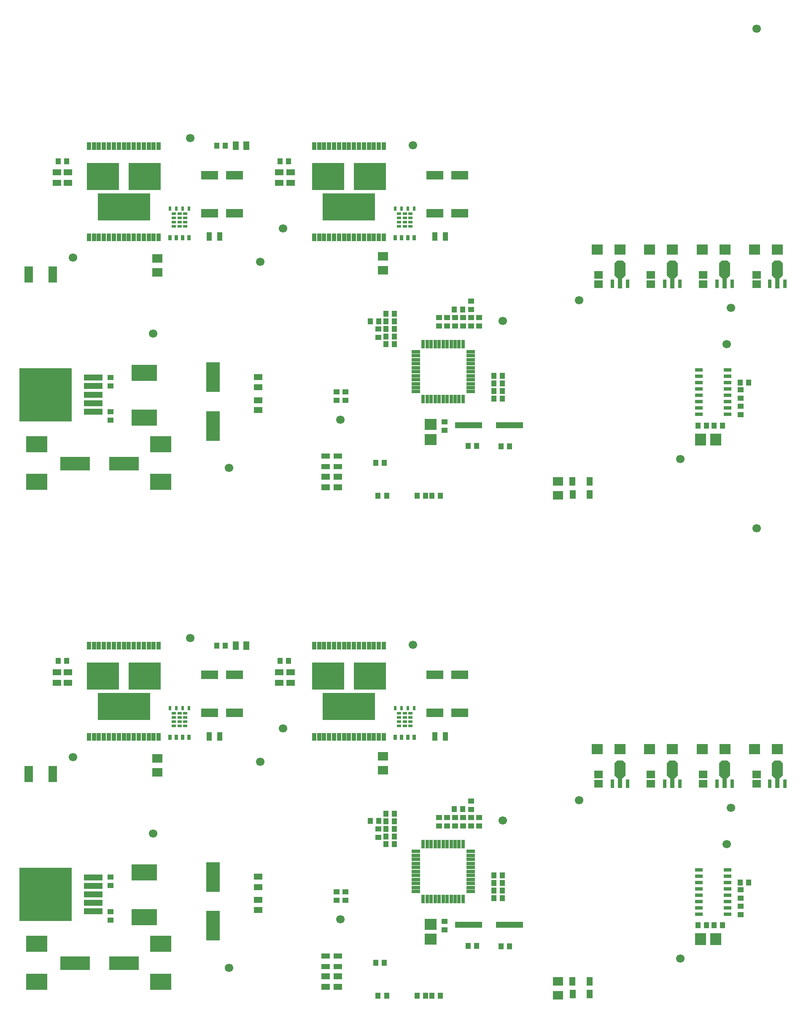
<source format=gtp>
%FSLAX44Y44*%
%MOMM*%
G71*
G01*
G75*
G04 Layer_Color=8421504*
%ADD10C,1.5000*%
%ADD11R,5.2500X1.0000*%
%ADD12R,1.0000X0.9000*%
%ADD13R,0.9000X1.0000*%
%ADD14R,1.3000X0.6000*%
%ADD15R,2.0000X2.2000*%
%ADD16R,1.0000X1.6000*%
%ADD17R,1.8000X1.6000*%
%ADD18R,4.0000X3.0000*%
%ADD19R,10.4000X10.5000*%
%ADD20R,3.5000X1.1000*%
%ADD21R,5.0000X3.0000*%
%ADD22R,1.5000X1.0000*%
%ADD23R,5.7000X2.5000*%
%ADD24R,1.6000X3.0000*%
%ADD25R,2.5000X5.7000*%
%ADD26R,1.0000X1.5000*%
%ADD27R,3.2000X1.6000*%
%ADD28R,0.9000X1.5000*%
%ADD29R,0.6800X1.3000*%
%ADD30R,6.2300X5.2500*%
%ADD31R,10.3000X5.2500*%
%ADD32R,1.6000X0.5000*%
%ADD33R,0.5000X1.6000*%
%ADD34R,2.2000X2.0000*%
%ADD35R,2.1000X1.8500*%
%ADD36R,1.5000X0.9000*%
%ADD37R,1.5000X1.3000*%
G04:AMPARAMS|DCode=38|XSize=2mm|YSize=3.4mm|CornerRadius=0mm|HoleSize=0mm|Usage=FLASHONLY|Rotation=180.000|XOffset=0mm|YOffset=0mm|HoleType=Round|Shape=Octagon|*
%AMOCTAGOND38*
4,1,8,0.5000,-1.7000,-0.5000,-1.7000,-1.0000,-1.2000,-1.0000,1.2000,-0.5000,1.7000,0.5000,1.7000,1.0000,1.2000,1.0000,-1.2000,0.5000,-1.7000,0.0*
%
%ADD38OCTAGOND38*%

%ADD39R,0.6000X1.6000*%
%ADD40R,0.7000X2.0000*%
%ADD41R,4.6000X4.7000*%
%ADD42R,0.6000X0.9000*%
%ADD43C,0.6000*%
%ADD44C,0.5000*%
%ADD45C,0.4000*%
%ADD46C,1.0000*%
%ADD47C,2.0000*%
%ADD48C,1.2000*%
%ADD49C,1.5000*%
%ADD50C,1.3000*%
%ADD51R,3.8000X1.6000*%
%ADD52R,3.8000X2.0000*%
%ADD53R,10.8000X4.1000*%
%ADD54R,3.6000X2.6000*%
%ADD55R,3.6000X2.4000*%
%ADD56R,3.6000X2.4000*%
%ADD57R,10.7000X4.4000*%
%ADD58R,2.0000X2.0000*%
%ADD59C,2.4000*%
%ADD60C,4.7600*%
%ADD61R,1.6900X1.6900*%
%ADD62C,1.6900*%
%ADD63C,2.5000*%
%ADD64C,2.0000*%
%ADD65R,1.6000X1.6000*%
%ADD66C,1.6000*%
%ADD67O,2.6000X3.0000*%
%ADD68O,3.0000X2.6000*%
%ADD69C,8.0000*%
%ADD70O,1.0000X2.0000*%
%ADD71O,1.0000X2.0000*%
%ADD72C,1.2700*%
%ADD73C,1.2000*%
%ADD74C,1.0000*%
%ADD75R,8.3000X3.0000*%
%ADD76R,11.4000X5.8000*%
%ADD77R,11.3000X5.8000*%
%ADD78R,8.7000X3.0000*%
%ADD79R,7.8000X6.1000*%
%ADD80R,8.2000X3.4000*%
%ADD81R,8.8000X2.5000*%
%ADD82R,5.0000X5.6000*%
%ADD83R,2.1000X14.7000*%
%ADD84R,1.9000X15.7000*%
%ADD85R,5.2000X5.1000*%
%ADD86R,5.2000X9.5000*%
%ADD87R,12.2000X5.4000*%
%ADD88R,11.0000X4.2000*%
%ADD89R,3.7000X0.8000*%
%ADD90R,5.5000X0.6000*%
%ADD91R,1.6000X0.3000*%
%ADD92C,0.2000*%
%ADD93C,0.2500*%
%ADD94C,0.2540*%
%ADD95C,0.1500*%
%ADD96R,0.9000X0.6000*%
%ADD97C,1.7000*%
%ADD98R,5.4500X1.2000*%
%ADD99R,1.2000X1.1000*%
%ADD100R,1.1000X1.2000*%
%ADD101R,1.5000X0.8000*%
%ADD102R,2.2000X2.4000*%
%ADD103R,1.2000X1.8000*%
%ADD104R,2.0000X1.8000*%
%ADD105R,4.2000X3.2000*%
%ADD106R,10.6000X10.7000*%
%ADD107R,3.7000X1.3000*%
%ADD108R,5.2000X3.2000*%
%ADD109R,1.7000X1.2000*%
%ADD110R,5.9000X2.7000*%
%ADD111R,1.8000X3.2000*%
%ADD112R,2.7000X5.9000*%
%ADD113R,1.2000X1.7000*%
%ADD114R,3.4000X1.8000*%
%ADD115R,1.1000X1.7000*%
%ADD116R,0.8800X1.5000*%
%ADD117R,6.4300X5.4500*%
%ADD118R,10.5000X5.4500*%
%ADD119R,1.8000X0.7000*%
%ADD120R,0.7000X1.8000*%
%ADD121R,2.4000X2.2000*%
%ADD122R,2.3000X2.0500*%
%ADD123R,1.7000X1.1000*%
%ADD124R,1.7000X1.5000*%
G04:AMPARAMS|DCode=125|XSize=2.2mm|YSize=3.6mm|CornerRadius=0mm|HoleSize=0mm|Usage=FLASHONLY|Rotation=180.000|XOffset=0mm|YOffset=0mm|HoleType=Round|Shape=Octagon|*
%AMOCTAGOND125*
4,1,8,0.5500,-1.8000,-0.5500,-1.8000,-1.1000,-1.2500,-1.1000,1.2500,-0.5500,1.8000,0.5500,1.8000,1.1000,1.2500,1.1000,-1.2500,0.5500,-1.8000,0.0*
%
%ADD125OCTAGOND125*%

%ADD126R,0.8000X1.8000*%
%ADD127R,0.9000X2.2000*%
%ADD128R,0.8000X1.1000*%
D42*
X433950Y603250D02*
D03*
X446650D02*
D03*
X459350D02*
D03*
X472050D02*
D03*
X885950D02*
D03*
X898650D02*
D03*
X911350D02*
D03*
X924050D02*
D03*
X433950Y1605250D02*
D03*
X446650D02*
D03*
X459350D02*
D03*
X472050D02*
D03*
X885950D02*
D03*
X898650D02*
D03*
X911350D02*
D03*
X924050D02*
D03*
D96*
X464500Y576250D02*
D03*
X453000Y584750D02*
D03*
X441500D02*
D03*
X464500D02*
D03*
X453000Y593250D02*
D03*
X441500D02*
D03*
X464500D02*
D03*
X453000Y576250D02*
D03*
X441500D02*
D03*
X453000Y567750D02*
D03*
X441500D02*
D03*
X464500D02*
D03*
X916500Y576250D02*
D03*
X905000Y584750D02*
D03*
X893500D02*
D03*
X916500D02*
D03*
X905000Y593250D02*
D03*
X893500D02*
D03*
X916500D02*
D03*
X905000Y576250D02*
D03*
X893500D02*
D03*
X905000Y567750D02*
D03*
X893500D02*
D03*
X916500D02*
D03*
X464500Y1578250D02*
D03*
X453000Y1586750D02*
D03*
X441500D02*
D03*
X464500D02*
D03*
X453000Y1595250D02*
D03*
X441500D02*
D03*
X464500D02*
D03*
X453000Y1578250D02*
D03*
X441500D02*
D03*
X453000Y1569750D02*
D03*
X441500D02*
D03*
X464500D02*
D03*
X916500Y1578250D02*
D03*
X905000Y1586750D02*
D03*
X893500D02*
D03*
X916500D02*
D03*
X905000Y1595250D02*
D03*
X893500D02*
D03*
X916500D02*
D03*
X905000Y1578250D02*
D03*
X893500D02*
D03*
X905000Y1569750D02*
D03*
X893500D02*
D03*
X916500D02*
D03*
D97*
X400000Y352000D02*
D03*
X1560000Y404000D02*
D03*
X1255000Y419000D02*
D03*
X1551000Y331000D02*
D03*
X1458000Y101000D02*
D03*
X776000Y180000D02*
D03*
X552000Y83000D02*
D03*
X661000Y563000D02*
D03*
X239000Y505000D02*
D03*
X474000Y744000D02*
D03*
X615000Y496000D02*
D03*
X921000Y730000D02*
D03*
X1102000Y378000D02*
D03*
X1611000Y964000D02*
D03*
X400000Y1354000D02*
D03*
X1560000Y1406000D02*
D03*
X1255000Y1421000D02*
D03*
X1551000Y1333000D02*
D03*
X1458000Y1103000D02*
D03*
X776000Y1182000D02*
D03*
X552000Y1085000D02*
D03*
X661000Y1565000D02*
D03*
X239000Y1507000D02*
D03*
X474000Y1746000D02*
D03*
X615000Y1498000D02*
D03*
X921000Y1732000D02*
D03*
X1102000Y1380000D02*
D03*
X1611000Y1966000D02*
D03*
D98*
X1032750Y169000D02*
D03*
X1115250D02*
D03*
X1032750Y1171000D02*
D03*
X1115250D02*
D03*
D99*
X1579000Y206500D02*
D03*
Y189500D02*
D03*
Y239500D02*
D03*
Y222500D02*
D03*
X314000Y195500D02*
D03*
Y178500D02*
D03*
Y247500D02*
D03*
Y264500D02*
D03*
X1038000Y417500D02*
D03*
Y400500D02*
D03*
Y384500D02*
D03*
Y367500D02*
D03*
X990000Y384500D02*
D03*
Y367500D02*
D03*
X1054000Y384500D02*
D03*
Y367500D02*
D03*
X1022000Y367500D02*
D03*
Y384500D02*
D03*
X1006000Y367500D02*
D03*
Y384500D02*
D03*
X852000Y361500D02*
D03*
Y344500D02*
D03*
X985000Y175500D02*
D03*
Y158500D02*
D03*
X974000Y367500D02*
D03*
Y384500D02*
D03*
X786000Y235500D02*
D03*
Y218500D02*
D03*
X768000Y218500D02*
D03*
Y235500D02*
D03*
X1579000Y1208500D02*
D03*
Y1191500D02*
D03*
Y1241500D02*
D03*
Y1224500D02*
D03*
X314000Y1197500D02*
D03*
Y1180500D02*
D03*
Y1249500D02*
D03*
Y1266500D02*
D03*
X1038000Y1419500D02*
D03*
Y1402500D02*
D03*
Y1386500D02*
D03*
Y1369500D02*
D03*
X990000Y1386500D02*
D03*
Y1369500D02*
D03*
X1054000Y1386500D02*
D03*
Y1369500D02*
D03*
X1022000Y1369500D02*
D03*
Y1386500D02*
D03*
X1006000Y1369500D02*
D03*
Y1386500D02*
D03*
X852000Y1363500D02*
D03*
Y1346500D02*
D03*
X985000Y1177500D02*
D03*
Y1160500D02*
D03*
X974000Y1369500D02*
D03*
Y1386500D02*
D03*
X786000Y1237500D02*
D03*
Y1220500D02*
D03*
X768000Y1220500D02*
D03*
Y1237500D02*
D03*
D100*
X1493500Y168000D02*
D03*
X1510500D02*
D03*
X1525500D02*
D03*
X1542500D02*
D03*
X1595500Y254000D02*
D03*
X1578500D02*
D03*
X976500Y27000D02*
D03*
X959500D02*
D03*
X929500D02*
D03*
X946500D02*
D03*
X846500Y93000D02*
D03*
X863500D02*
D03*
X851500Y27000D02*
D03*
X868500D02*
D03*
X544500Y729000D02*
D03*
X527500D02*
D03*
X835500Y377000D02*
D03*
X852500D02*
D03*
X867500Y376750D02*
D03*
X884500D02*
D03*
X867500Y331000D02*
D03*
X884500D02*
D03*
X867500Y392000D02*
D03*
X884500D02*
D03*
X1100500Y237333D02*
D03*
X1083500D02*
D03*
X1100500Y252667D02*
D03*
X1083500D02*
D03*
Y222000D02*
D03*
X1100500D02*
D03*
X1083500Y268000D02*
D03*
X1100500D02*
D03*
X884500Y361500D02*
D03*
X867500D02*
D03*
X1021500Y401000D02*
D03*
X1004500D02*
D03*
X884500Y346250D02*
D03*
X867500D02*
D03*
X654500Y698000D02*
D03*
X671500D02*
D03*
X209500D02*
D03*
X226500D02*
D03*
X1115500Y126000D02*
D03*
X1098500D02*
D03*
X1032500Y127000D02*
D03*
X1049500D02*
D03*
X1493500Y1170000D02*
D03*
X1510500D02*
D03*
X1525500D02*
D03*
X1542500D02*
D03*
X1595500Y1256000D02*
D03*
X1578500D02*
D03*
X976500Y1029000D02*
D03*
X959500D02*
D03*
X929500D02*
D03*
X946500D02*
D03*
X846500Y1095000D02*
D03*
X863500D02*
D03*
X851500Y1029000D02*
D03*
X868500D02*
D03*
X544500Y1731000D02*
D03*
X527500D02*
D03*
X835500Y1379000D02*
D03*
X852500D02*
D03*
X867500Y1378750D02*
D03*
X884500D02*
D03*
X867500Y1333000D02*
D03*
X884500D02*
D03*
X867500Y1394000D02*
D03*
X884500D02*
D03*
X1100500Y1239333D02*
D03*
X1083500D02*
D03*
X1100500Y1254667D02*
D03*
X1083500D02*
D03*
Y1224000D02*
D03*
X1100500D02*
D03*
X1083500Y1270000D02*
D03*
X1100500D02*
D03*
X884500Y1363500D02*
D03*
X867500D02*
D03*
X1021500Y1403000D02*
D03*
X1004500D02*
D03*
X884500Y1348250D02*
D03*
X867500D02*
D03*
X654500Y1700000D02*
D03*
X671500D02*
D03*
X209500D02*
D03*
X226500D02*
D03*
X1115500Y1128000D02*
D03*
X1098500D02*
D03*
X1032500Y1129000D02*
D03*
X1049500D02*
D03*
D101*
X1495250Y279500D02*
D03*
Y266750D02*
D03*
Y254050D02*
D03*
Y241350D02*
D03*
Y228650D02*
D03*
Y215950D02*
D03*
Y203250D02*
D03*
Y190550D02*
D03*
X1552750Y279450D02*
D03*
Y266750D02*
D03*
Y254050D02*
D03*
Y241350D02*
D03*
Y228650D02*
D03*
Y215950D02*
D03*
Y203250D02*
D03*
Y190550D02*
D03*
X1495250Y1281500D02*
D03*
Y1268750D02*
D03*
Y1256050D02*
D03*
Y1243350D02*
D03*
Y1230650D02*
D03*
Y1217950D02*
D03*
Y1205250D02*
D03*
Y1192550D02*
D03*
X1552750Y1281450D02*
D03*
Y1268750D02*
D03*
Y1256050D02*
D03*
Y1243350D02*
D03*
Y1230650D02*
D03*
Y1217950D02*
D03*
Y1205250D02*
D03*
Y1192550D02*
D03*
D102*
X1529000Y140000D02*
D03*
X1499000D02*
D03*
X1529000Y1142000D02*
D03*
X1499000D02*
D03*
D103*
X1241750Y56000D02*
D03*
X1276250D02*
D03*
X1276400Y30000D02*
D03*
X1241900D02*
D03*
X1241750Y1058000D02*
D03*
X1276250D02*
D03*
X1276400Y1032000D02*
D03*
X1241900D02*
D03*
D104*
X1213000Y28000D02*
D03*
Y56000D02*
D03*
X861000Y479000D02*
D03*
Y507000D02*
D03*
X408000Y475000D02*
D03*
Y503000D02*
D03*
X1213000Y1030000D02*
D03*
Y1058000D02*
D03*
X861000Y1481000D02*
D03*
Y1509000D02*
D03*
X408000Y1477000D02*
D03*
Y1505000D02*
D03*
D105*
X166000Y131000D02*
D03*
Y55000D02*
D03*
X415000D02*
D03*
Y131000D02*
D03*
X166000Y1133000D02*
D03*
Y1057000D02*
D03*
X415000D02*
D03*
Y1133000D02*
D03*
D106*
X184000Y230000D02*
D03*
Y1232000D02*
D03*
D107*
X279500Y264000D02*
D03*
Y247000D02*
D03*
Y230000D02*
D03*
Y213000D02*
D03*
Y196000D02*
D03*
Y1266000D02*
D03*
Y1249000D02*
D03*
Y1232000D02*
D03*
Y1215000D02*
D03*
Y1198000D02*
D03*
D108*
X382000Y274000D02*
D03*
Y184000D02*
D03*
Y1276000D02*
D03*
Y1186000D02*
D03*
D109*
X611000Y265500D02*
D03*
Y244500D02*
D03*
Y199000D02*
D03*
Y219000D02*
D03*
X676000Y675500D02*
D03*
Y654500D02*
D03*
X207000Y675500D02*
D03*
Y654500D02*
D03*
X653000D02*
D03*
Y675500D02*
D03*
X229000Y654500D02*
D03*
Y675500D02*
D03*
X771000Y65500D02*
D03*
Y44500D02*
D03*
X746000Y65500D02*
D03*
Y44500D02*
D03*
X611000Y1267500D02*
D03*
Y1246500D02*
D03*
Y1201000D02*
D03*
Y1221000D02*
D03*
X676000Y1677500D02*
D03*
Y1656500D02*
D03*
X207000Y1677500D02*
D03*
Y1656500D02*
D03*
X653000D02*
D03*
Y1677500D02*
D03*
X229000Y1656500D02*
D03*
Y1677500D02*
D03*
X771000Y1067500D02*
D03*
Y1046500D02*
D03*
X746000Y1067500D02*
D03*
Y1046500D02*
D03*
D110*
X341000Y92000D02*
D03*
X243000D02*
D03*
X341000Y1094000D02*
D03*
X243000D02*
D03*
D111*
X150000Y471000D02*
D03*
X198000D02*
D03*
X150000Y1473000D02*
D03*
X198000D02*
D03*
D112*
X520000Y167000D02*
D03*
Y265000D02*
D03*
Y1169000D02*
D03*
Y1267000D02*
D03*
D113*
X586500Y729000D02*
D03*
X565500D02*
D03*
X586500Y1731000D02*
D03*
X565500D02*
D03*
D114*
X965000Y670000D02*
D03*
X1015000D02*
D03*
X965000Y594000D02*
D03*
X1015000D02*
D03*
X513000D02*
D03*
X563000D02*
D03*
X513000Y670000D02*
D03*
X563000D02*
D03*
X965000Y1672000D02*
D03*
X1015000D02*
D03*
X965000Y1596000D02*
D03*
X1015000D02*
D03*
X513000D02*
D03*
X563000D02*
D03*
X513000Y1672000D02*
D03*
X563000D02*
D03*
D115*
X965500Y547000D02*
D03*
X986500D02*
D03*
X512500D02*
D03*
X533500D02*
D03*
X965500Y1549000D02*
D03*
X986500D02*
D03*
X512500D02*
D03*
X533500D02*
D03*
D116*
X723000Y545500D02*
D03*
X733000D02*
D03*
X743000D02*
D03*
X753000D02*
D03*
X763000D02*
D03*
X773000D02*
D03*
X783000D02*
D03*
X793000D02*
D03*
X803000D02*
D03*
X813000D02*
D03*
X823000D02*
D03*
X833000D02*
D03*
X843000D02*
D03*
X853000D02*
D03*
X863000D02*
D03*
Y728500D02*
D03*
X853000D02*
D03*
X843000D02*
D03*
X833000D02*
D03*
X823000D02*
D03*
X813000D02*
D03*
X803000D02*
D03*
X793000D02*
D03*
X783000D02*
D03*
X773000D02*
D03*
X763000D02*
D03*
X753000D02*
D03*
X743000D02*
D03*
X733000D02*
D03*
X723000D02*
D03*
X271000Y545500D02*
D03*
X281000D02*
D03*
X291000D02*
D03*
X301000D02*
D03*
X311000D02*
D03*
X321000D02*
D03*
X331000D02*
D03*
X341000D02*
D03*
X351000D02*
D03*
X361000D02*
D03*
X371000D02*
D03*
X381000D02*
D03*
X391000D02*
D03*
X401000D02*
D03*
X411000D02*
D03*
Y728500D02*
D03*
X401000D02*
D03*
X391000D02*
D03*
X381000D02*
D03*
X371000D02*
D03*
X361000D02*
D03*
X351000D02*
D03*
X341000D02*
D03*
X331000D02*
D03*
X321000D02*
D03*
X311000D02*
D03*
X301000D02*
D03*
X291000D02*
D03*
X281000D02*
D03*
X271000D02*
D03*
X723000Y1547500D02*
D03*
X733000D02*
D03*
X743000D02*
D03*
X753000D02*
D03*
X763000D02*
D03*
X773000D02*
D03*
X783000D02*
D03*
X793000D02*
D03*
X803000D02*
D03*
X813000D02*
D03*
X823000D02*
D03*
X833000D02*
D03*
X843000D02*
D03*
X853000D02*
D03*
X863000D02*
D03*
Y1730500D02*
D03*
X853000D02*
D03*
X843000D02*
D03*
X833000D02*
D03*
X823000D02*
D03*
X813000D02*
D03*
X803000D02*
D03*
X793000D02*
D03*
X783000D02*
D03*
X773000D02*
D03*
X763000D02*
D03*
X753000D02*
D03*
X743000D02*
D03*
X733000D02*
D03*
X723000D02*
D03*
X271000Y1547500D02*
D03*
X281000D02*
D03*
X291000D02*
D03*
X301000D02*
D03*
X311000D02*
D03*
X321000D02*
D03*
X331000D02*
D03*
X341000D02*
D03*
X351000D02*
D03*
X361000D02*
D03*
X371000D02*
D03*
X381000D02*
D03*
X391000D02*
D03*
X401000D02*
D03*
X411000D02*
D03*
Y1730500D02*
D03*
X401000D02*
D03*
X391000D02*
D03*
X381000D02*
D03*
X371000D02*
D03*
X361000D02*
D03*
X351000D02*
D03*
X341000D02*
D03*
X331000D02*
D03*
X321000D02*
D03*
X311000D02*
D03*
X301000D02*
D03*
X291000D02*
D03*
X281000D02*
D03*
X271000D02*
D03*
D117*
X834650Y667500D02*
D03*
X751350D02*
D03*
X382650D02*
D03*
X299350D02*
D03*
X834650Y1669500D02*
D03*
X751350D02*
D03*
X382650D02*
D03*
X299350D02*
D03*
D118*
X793000Y606500D02*
D03*
X341000D02*
D03*
X793000Y1608500D02*
D03*
X341000D02*
D03*
D119*
X1037000Y236000D02*
D03*
Y244000D02*
D03*
Y252000D02*
D03*
Y260000D02*
D03*
Y268000D02*
D03*
Y276000D02*
D03*
Y284000D02*
D03*
Y292000D02*
D03*
Y300000D02*
D03*
Y308000D02*
D03*
Y316000D02*
D03*
X927000Y236000D02*
D03*
Y244000D02*
D03*
Y252000D02*
D03*
Y260000D02*
D03*
Y268000D02*
D03*
Y276000D02*
D03*
Y284000D02*
D03*
Y292000D02*
D03*
Y300000D02*
D03*
Y308000D02*
D03*
Y316000D02*
D03*
X1037000Y1238000D02*
D03*
Y1246000D02*
D03*
Y1254000D02*
D03*
Y1262000D02*
D03*
Y1270000D02*
D03*
Y1278000D02*
D03*
Y1286000D02*
D03*
Y1294000D02*
D03*
Y1302000D02*
D03*
Y1310000D02*
D03*
Y1318000D02*
D03*
X927000Y1238000D02*
D03*
Y1246000D02*
D03*
Y1254000D02*
D03*
Y1262000D02*
D03*
Y1270000D02*
D03*
Y1278000D02*
D03*
Y1286000D02*
D03*
Y1294000D02*
D03*
Y1302000D02*
D03*
Y1310000D02*
D03*
Y1318000D02*
D03*
D120*
X942000Y221000D02*
D03*
X950000D02*
D03*
X958000D02*
D03*
X966000D02*
D03*
X974000D02*
D03*
X982000D02*
D03*
X990000D02*
D03*
X998000D02*
D03*
X1006000D02*
D03*
X1014000D02*
D03*
X1022000D02*
D03*
X942000Y331000D02*
D03*
X950000D02*
D03*
X958000D02*
D03*
X966000D02*
D03*
X974000D02*
D03*
X982000D02*
D03*
X990000D02*
D03*
X998000D02*
D03*
X1006000D02*
D03*
X1014000D02*
D03*
X1022000D02*
D03*
X942000Y1223000D02*
D03*
X950000D02*
D03*
X958000D02*
D03*
X966000D02*
D03*
X974000D02*
D03*
X982000D02*
D03*
X990000D02*
D03*
X998000D02*
D03*
X1006000D02*
D03*
X1014000D02*
D03*
X1022000D02*
D03*
X942000Y1333000D02*
D03*
X950000D02*
D03*
X958000D02*
D03*
X966000D02*
D03*
X974000D02*
D03*
X982000D02*
D03*
X990000D02*
D03*
X998000D02*
D03*
X1006000D02*
D03*
X1014000D02*
D03*
X1022000D02*
D03*
D121*
X957000Y140000D02*
D03*
Y170000D02*
D03*
Y1142000D02*
D03*
Y1172000D02*
D03*
D122*
X1291000Y521000D02*
D03*
X1337000D02*
D03*
X1396000D02*
D03*
X1442000D02*
D03*
X1502000D02*
D03*
X1548000D02*
D03*
X1607000D02*
D03*
X1653000D02*
D03*
X1291000Y1523000D02*
D03*
X1337000D02*
D03*
X1396000D02*
D03*
X1442000D02*
D03*
X1502000D02*
D03*
X1548000D02*
D03*
X1607000D02*
D03*
X1653000D02*
D03*
D123*
X771000Y106500D02*
D03*
Y85500D02*
D03*
X746000Y106500D02*
D03*
Y85500D02*
D03*
X771000Y1108500D02*
D03*
Y1087500D02*
D03*
X746000Y1108500D02*
D03*
Y1087500D02*
D03*
D124*
X1294000Y451500D02*
D03*
Y470500D02*
D03*
X1399000Y451500D02*
D03*
Y470500D02*
D03*
X1504000Y451500D02*
D03*
Y470500D02*
D03*
X1611000Y451500D02*
D03*
Y470500D02*
D03*
X1294000Y1453500D02*
D03*
Y1472500D02*
D03*
X1399000Y1453500D02*
D03*
Y1472500D02*
D03*
X1504000Y1453500D02*
D03*
Y1472500D02*
D03*
X1611000Y1453500D02*
D03*
Y1472500D02*
D03*
D125*
X1337000Y481000D02*
D03*
X1442000D02*
D03*
X1547000D02*
D03*
X1653000D02*
D03*
X1337000Y1483000D02*
D03*
X1442000D02*
D03*
X1547000D02*
D03*
X1653000D02*
D03*
D126*
X1352000Y452000D02*
D03*
X1322000D02*
D03*
X1457000D02*
D03*
X1427000D02*
D03*
X1562000D02*
D03*
X1532000D02*
D03*
X1668000D02*
D03*
X1638000D02*
D03*
X1352000Y1454000D02*
D03*
X1322000D02*
D03*
X1457000D02*
D03*
X1427000D02*
D03*
X1562000D02*
D03*
X1532000D02*
D03*
X1668000D02*
D03*
X1638000D02*
D03*
D127*
X1337000Y454000D02*
D03*
X1442000D02*
D03*
X1547000D02*
D03*
X1653000D02*
D03*
X1337000Y1456000D02*
D03*
X1442000D02*
D03*
X1547000D02*
D03*
X1653000D02*
D03*
D128*
X472050Y544750D02*
D03*
X459350D02*
D03*
X446650D02*
D03*
X433950D02*
D03*
X924050D02*
D03*
X911350D02*
D03*
X898650D02*
D03*
X885950D02*
D03*
X472050Y1546750D02*
D03*
X459350D02*
D03*
X446650D02*
D03*
X433950D02*
D03*
X924050D02*
D03*
X911350D02*
D03*
X898650D02*
D03*
X885950D02*
D03*
M02*

</source>
